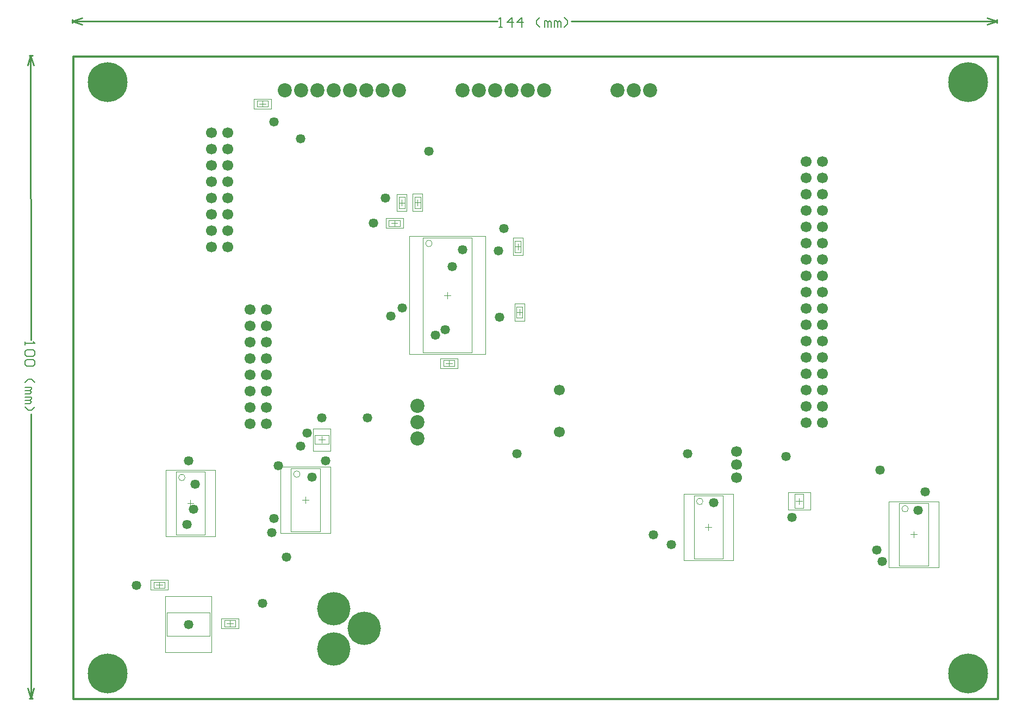
<source format=gbs>
%FSLAX42Y42*%
%MOMM*%
G71*
G01*
G75*
G04 Layer_Color=16711935*
%ADD10O,1.40X0.45*%
%ADD11R,0.40X0.80*%
%ADD12R,1.00X0.90*%
%ADD13R,0.90X1.00*%
%ADD14R,0.80X0.40*%
%ADD15O,1.90X0.60*%
%ADD16R,0.90X2.25*%
%ADD17R,3.25X2.25*%
%ADD18C,0.25*%
%ADD19C,0.40*%
%ADD20C,0.30*%
%ADD21C,0.80*%
%ADD22C,0.50*%
%ADD23C,0.10*%
%ADD24C,0.05*%
%ADD25C,0.15*%
%ADD26C,1.50*%
%ADD27C,5.00*%
%ADD28C,2.00*%
%ADD29C,1.27*%
%ADD30C,6.00*%
%ADD31C,0.60*%
%ADD32C,0.25*%
%ADD33C,0.20*%
%ADD34O,1.60X0.65*%
%ADD35R,0.66X1.06*%
%ADD36R,0.60X1.00*%
%ADD37R,1.20X1.10*%
%ADD38R,1.10X1.20*%
%ADD39R,1.06X0.66*%
%ADD40R,1.00X0.60*%
%ADD41O,2.10X0.80*%
%ADD42R,1.10X2.45*%
%ADD43R,3.45X2.45*%
%ADD44C,1.70*%
%ADD45C,5.20*%
%ADD46C,2.20*%
%ADD47C,1.47*%
%ADD48C,6.20*%
D18*
X-16Y10545D02*
X6610D01*
X7757D02*
X14384D01*
X-16D02*
X136Y10596D01*
X-16Y10545D02*
X136Y10494D01*
X14231Y10596D02*
X14384Y10545D01*
X14231Y10494D02*
X14384Y10545D01*
X-16Y10520D02*
Y10570D01*
X14384Y10520D02*
Y10570D01*
X-663Y10011D02*
X-662Y5585D01*
X-662Y4438D02*
X-662Y11D01*
X-663Y10011D02*
X-612Y9859D01*
X-713D02*
X-663Y10011D01*
X-662Y11D02*
X-612Y164D01*
X-713D02*
X-662Y11D01*
X-688Y10011D02*
X-637D01*
X-688Y11D02*
X-637D01*
D20*
X0Y10000D02*
X0Y0D01*
X0Y10000D02*
X14400D01*
Y0D02*
Y10000D01*
X0Y0D02*
X14400Y0D01*
D23*
X9808Y3075D02*
G03*
X9808Y3075I-50J0D01*
G01*
X13006Y2960D02*
G03*
X13006Y2960I-50J0D01*
G01*
X1741Y3448D02*
G03*
X1741Y3448I-50J0D01*
G01*
X5589Y7089D02*
G03*
X5589Y7089I-50J0D01*
G01*
X3532Y3499D02*
G03*
X3532Y3499I-50J0D01*
G01*
X9668Y2185D02*
X10118D01*
X9668Y3165D02*
X10118D01*
Y2185D02*
Y3165D01*
X9668Y2185D02*
Y3165D01*
X12866Y2070D02*
X13316D01*
X12866Y3050D02*
X13316D01*
Y2070D02*
Y3050D01*
X12866Y2070D02*
Y3050D01*
X3760Y4103D02*
X3980D01*
X3760Y3967D02*
X3980D01*
Y4103D01*
X3760Y3967D02*
Y4103D01*
X5317Y7639D02*
X5412D01*
X5317Y7814D02*
X5412D01*
X5317Y7639D02*
Y7814D01*
X5412Y7639D02*
Y7814D01*
X5940Y5177D02*
Y5272D01*
X5765Y5177D02*
Y5272D01*
Y5177D02*
X5940D01*
X5765Y5272D02*
X5940D01*
X6904Y6107D02*
X6999D01*
X6904Y5932D02*
X6999D01*
Y6107D01*
X6904Y5932D02*
Y6107D01*
X5071Y7812D02*
X5166D01*
X5071Y7637D02*
X5166D01*
Y7812D01*
X5071Y7637D02*
Y7812D01*
X6879Y6953D02*
X6974D01*
X6879Y7128D02*
X6974D01*
X6879Y6953D02*
Y7128D01*
X6974Y6953D02*
Y7128D01*
X2861Y9216D02*
Y9311D01*
X3036Y9216D02*
Y9311D01*
X2861D02*
X3036D01*
X2861Y9216D02*
X3036D01*
X5091Y7357D02*
Y7452D01*
X4916Y7357D02*
Y7452D01*
Y7357D02*
X5091D01*
X4916Y7452D02*
X5091D01*
X1601Y2558D02*
X2051D01*
X1601Y3538D02*
X2051D01*
Y2558D02*
Y3538D01*
X1601Y2558D02*
Y3538D01*
X11240Y2967D02*
Y3188D01*
X11375Y2967D02*
Y3188D01*
X11240D02*
X11375D01*
X11240Y2967D02*
X11375D01*
X1252Y1727D02*
X1427D01*
X1252Y1823D02*
X1427D01*
Y1727D02*
Y1823D01*
X1252Y1727D02*
Y1823D01*
X5449Y5389D02*
X6209D01*
X5449Y7179D02*
X6209D01*
Y5389D02*
Y7179D01*
X5449Y5389D02*
Y7179D01*
X1461Y1348D02*
X2131D01*
X1461Y978D02*
X2131D01*
Y1348D01*
X1461Y978D02*
Y1348D01*
X2352Y1127D02*
Y1223D01*
X2527Y1127D02*
Y1223D01*
X2352D02*
X2527D01*
X2352Y1127D02*
X2527D01*
X3392Y2609D02*
X3842D01*
X3392Y3589D02*
X3842D01*
Y2609D02*
Y3589D01*
X3392Y2609D02*
Y3589D01*
X9893Y2625D02*
Y2725D01*
X9843Y2675D02*
X9943D01*
X13091Y2510D02*
Y2610D01*
X13041Y2560D02*
X13141D01*
X3870Y3985D02*
Y4085D01*
X3820Y4035D02*
X3920D01*
X5364Y7679D02*
Y7774D01*
X5317Y7727D02*
X5412D01*
X5805Y5225D02*
X5900D01*
X5852Y5177D02*
Y5272D01*
X6952Y5972D02*
Y6067D01*
X6904Y6020D02*
X6999D01*
X5118Y7677D02*
Y7772D01*
X5071Y7724D02*
X5166D01*
X6927Y6993D02*
Y7088D01*
X6879Y7041D02*
X6974D01*
X2901Y9263D02*
X2996D01*
X2949Y9216D02*
Y9311D01*
X4956Y7404D02*
X5051D01*
X5004Y7357D02*
Y7452D01*
X1826Y2998D02*
Y3098D01*
X1776Y3048D02*
X1876D01*
X11257Y3077D02*
X11357D01*
X11307Y3027D02*
Y3127D01*
X1340Y1727D02*
Y1823D01*
X1293Y1775D02*
X1388D01*
X5829Y6234D02*
Y6334D01*
X5779Y6284D02*
X5879D01*
X1796Y1113D02*
Y1213D01*
X1746Y1163D02*
X1846D01*
X2392Y1175D02*
X2488D01*
X2440Y1127D02*
Y1223D01*
X3617Y3049D02*
Y3149D01*
X3567Y3099D02*
X3667D01*
D24*
X9506Y2160D02*
X10281D01*
X9506Y3190D02*
X10281D01*
Y2160D02*
Y3190D01*
X9506Y2160D02*
Y3190D01*
X12704Y2045D02*
X13479D01*
X12704Y3075D02*
X13479D01*
Y2045D02*
Y3075D01*
X12704Y2045D02*
Y3075D01*
X3735Y4208D02*
X4005D01*
X3735Y3862D02*
X4005D01*
Y4208D01*
X3735Y3862D02*
Y4208D01*
X5289Y7592D02*
X5439D01*
X5289Y7862D02*
X5439D01*
X5289Y7592D02*
Y7862D01*
X5439Y7592D02*
Y7862D01*
X5987Y5150D02*
Y5300D01*
X5717Y5150D02*
Y5300D01*
Y5150D02*
X5987D01*
X5717Y5300D02*
X5987D01*
X6877Y6155D02*
X7027D01*
X6877Y5885D02*
X7027D01*
Y6155D01*
X6877Y5885D02*
Y6155D01*
X5043Y7859D02*
X5193D01*
X5043Y7589D02*
X5193D01*
Y7859D01*
X5043Y7589D02*
Y7859D01*
X6852Y6906D02*
X7002D01*
X6852Y7176D02*
X7002D01*
X6852Y6906D02*
Y7176D01*
X7002Y6906D02*
Y7176D01*
X2814Y9188D02*
Y9338D01*
X3084Y9188D02*
Y9338D01*
X2814D02*
X3084D01*
X2814Y9188D02*
X3084D01*
X5139Y7329D02*
Y7479D01*
X4869Y7329D02*
Y7479D01*
Y7329D02*
X5139D01*
X4869Y7479D02*
X5139D01*
X1439Y2533D02*
X2214D01*
X1439Y3563D02*
X2214D01*
Y2533D02*
Y3563D01*
X1439Y2533D02*
Y3563D01*
X11135Y2942D02*
Y3212D01*
X11480Y2942D02*
Y3212D01*
X11135D02*
X11480D01*
X11135Y2942D02*
X11480D01*
X1205Y1700D02*
X1475D01*
X1205Y1850D02*
X1475D01*
Y1700D02*
Y1850D01*
X1205Y1700D02*
Y1850D01*
X5237Y5364D02*
X6422D01*
X5237Y7204D02*
X6422D01*
Y5364D02*
Y7204D01*
X5237Y5364D02*
Y7204D01*
X1436Y1598D02*
X2156D01*
X1436Y728D02*
X2156D01*
Y1598D01*
X1436Y728D02*
Y1598D01*
X2305Y1100D02*
Y1250D01*
X2575Y1100D02*
Y1250D01*
X2305D02*
X2575D01*
X2305Y1100D02*
X2575D01*
X3229Y2584D02*
X4004D01*
X3229Y3614D02*
X4004D01*
Y2584D02*
Y3614D01*
X3229Y2584D02*
Y3614D01*
D25*
X6635Y10454D02*
X6686D01*
X6661D01*
Y10606D01*
X6635Y10581D01*
X6838Y10454D02*
Y10606D01*
X6762Y10530D01*
X6864D01*
X6991Y10454D02*
Y10606D01*
X6914Y10530D01*
X7016D01*
X7270Y10454D02*
X7219Y10504D01*
Y10555D01*
X7270Y10606D01*
X7346Y10454D02*
Y10555D01*
X7372D01*
X7397Y10530D01*
Y10454D01*
Y10530D01*
X7422Y10555D01*
X7448Y10530D01*
Y10454D01*
X7498D02*
Y10555D01*
X7524D01*
X7549Y10530D01*
Y10454D01*
Y10530D01*
X7575Y10555D01*
X7600Y10530D01*
Y10454D01*
X7651D02*
X7702Y10504D01*
Y10555D01*
X7651Y10606D01*
X-754Y5560D02*
Y5509D01*
Y5534D01*
X-602D01*
X-627Y5560D01*
Y5433D02*
X-602Y5407D01*
Y5357D01*
X-627Y5331D01*
X-729D01*
X-754Y5357D01*
Y5407D01*
X-729Y5433D01*
X-627D01*
Y5281D02*
X-602Y5255D01*
Y5204D01*
X-627Y5179D01*
X-729D01*
X-754Y5204D01*
Y5255D01*
X-729Y5281D01*
X-627D01*
X-754Y4925D02*
X-703Y4976D01*
X-652D01*
X-602Y4925D01*
X-754Y4849D02*
X-652D01*
Y4823D01*
X-678Y4798D01*
X-754D01*
X-678D01*
X-652Y4773D01*
X-678Y4747D01*
X-754D01*
Y4697D02*
X-652D01*
Y4671D01*
X-678Y4646D01*
X-754D01*
X-678D01*
X-652Y4620D01*
X-678Y4595D01*
X-754D01*
Y4544D02*
X-703Y4493D01*
X-652D01*
X-602Y4544D01*
D44*
X10332Y3445D02*
D03*
Y3648D02*
D03*
Y3851D02*
D03*
X7572Y4155D02*
D03*
Y4805D02*
D03*
X2156Y7038D02*
D03*
Y7292D02*
D03*
Y7546D02*
D03*
Y7800D02*
D03*
Y8054D02*
D03*
Y8307D02*
D03*
Y8561D02*
D03*
Y8815D02*
D03*
X2409Y7038D02*
D03*
Y7292D02*
D03*
Y7546D02*
D03*
Y7800D02*
D03*
Y8054D02*
D03*
Y8307D02*
D03*
Y8561D02*
D03*
Y8815D02*
D03*
X2753Y4283D02*
D03*
Y4537D02*
D03*
Y4790D02*
D03*
Y5044D02*
D03*
Y5299D02*
D03*
Y5553D02*
D03*
Y5806D02*
D03*
Y6060D02*
D03*
X3007Y4283D02*
D03*
Y4537D02*
D03*
Y4790D02*
D03*
Y5044D02*
D03*
Y5299D02*
D03*
Y5553D02*
D03*
Y5806D02*
D03*
Y6060D02*
D03*
X11666Y5820D02*
D03*
Y6328D02*
D03*
Y6836D02*
D03*
Y4804D02*
D03*
Y8106D02*
D03*
X11412Y8360D02*
D03*
X11666Y4550D02*
D03*
Y7344D02*
D03*
X11412Y6836D02*
D03*
Y7090D02*
D03*
Y7852D02*
D03*
Y5820D02*
D03*
Y5566D02*
D03*
Y4296D02*
D03*
X11666D02*
D03*
Y7598D02*
D03*
X11412Y5058D02*
D03*
Y8106D02*
D03*
X11666Y8360D02*
D03*
Y5058D02*
D03*
X11412Y6074D02*
D03*
Y4550D02*
D03*
X11666Y7852D02*
D03*
Y6074D02*
D03*
X11412Y5312D02*
D03*
X11666Y7090D02*
D03*
Y6582D02*
D03*
X11412D02*
D03*
Y4804D02*
D03*
Y7598D02*
D03*
Y6328D02*
D03*
X11666Y5312D02*
D03*
Y5566D02*
D03*
X11412Y7344D02*
D03*
D45*
X4534Y1102D02*
D03*
X4054Y777D02*
D03*
Y1402D02*
D03*
D46*
X6061Y9474D02*
D03*
X6315D02*
D03*
X6569D02*
D03*
X6823D02*
D03*
X7077D02*
D03*
X7331D02*
D03*
X3297Y9474D02*
D03*
X3551D02*
D03*
X3805D02*
D03*
X4059D02*
D03*
X4313D02*
D03*
X4567D02*
D03*
X4821D02*
D03*
X5075D02*
D03*
X8987Y9474D02*
D03*
X8733D02*
D03*
X8479D02*
D03*
X5360Y4052D02*
D03*
Y4306D02*
D03*
Y4560D02*
D03*
D47*
X13270Y3228D02*
D03*
X11103Y3778D02*
D03*
X9572Y3815D02*
D03*
X6910Y3820D02*
D03*
X3545Y3933D02*
D03*
X1875Y2950D02*
D03*
X1770Y2720D02*
D03*
X11193Y2830D02*
D03*
X3933Y3705D02*
D03*
X3870Y4372D02*
D03*
X3645Y4135D02*
D03*
X4580Y4375D02*
D03*
X3719Y3454D02*
D03*
X4945Y5958D02*
D03*
X5122Y6090D02*
D03*
X3542Y8720D02*
D03*
X2946Y1491D02*
D03*
X12515Y2319D02*
D03*
X5535Y8527D02*
D03*
X12598Y2138D02*
D03*
X9037Y2553D02*
D03*
X9312Y2403D02*
D03*
X12563Y3566D02*
D03*
X13162Y2936D02*
D03*
X1895Y3343D02*
D03*
X6706Y7325D02*
D03*
X4679Y7404D02*
D03*
X3123Y8983D02*
D03*
X3190Y3627D02*
D03*
X6627Y6972D02*
D03*
X6644Y5939D02*
D03*
X9972Y3053D02*
D03*
X3325Y2210D02*
D03*
X3096Y2591D02*
D03*
X3124Y2806D02*
D03*
X1793Y3706D02*
D03*
X4862Y7798D02*
D03*
X1795Y1155D02*
D03*
X982Y1770D02*
D03*
X5900Y6728D02*
D03*
X5790Y5745D02*
D03*
X5645Y5660D02*
D03*
X6062Y6990D02*
D03*
D48*
X13935Y400D02*
D03*
Y9600D02*
D03*
X535Y400D02*
D03*
Y9600D02*
D03*
M02*

</source>
